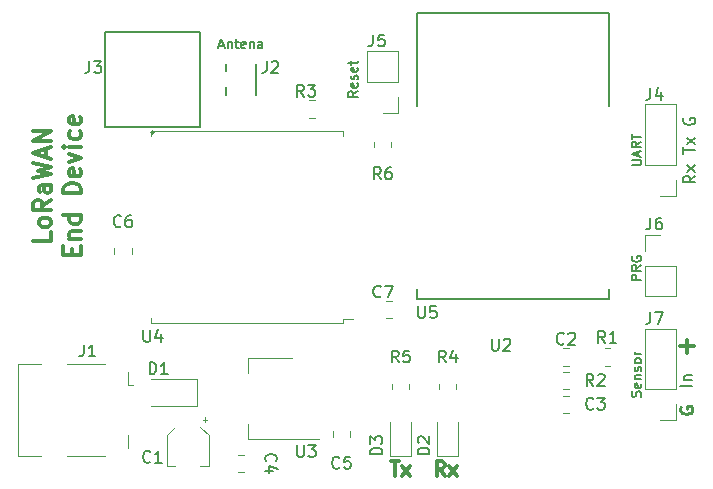
<source format=gbr>
%TF.GenerationSoftware,KiCad,Pcbnew,5.1.10-88a1d61d58~88~ubuntu20.04.1*%
%TF.CreationDate,2021-08-10T15:11:50-03:00*%
%TF.ProjectId,lora_end_device,6c6f7261-5f65-46e6-945f-646576696365,rev?*%
%TF.SameCoordinates,Original*%
%TF.FileFunction,Legend,Top*%
%TF.FilePolarity,Positive*%
%FSLAX46Y46*%
G04 Gerber Fmt 4.6, Leading zero omitted, Abs format (unit mm)*
G04 Created by KiCad (PCBNEW 5.1.10-88a1d61d58~88~ubuntu20.04.1) date 2021-08-10 15:11:50*
%MOMM*%
%LPD*%
G01*
G04 APERTURE LIST*
%ADD10C,0.200000*%
%ADD11C,0.300000*%
%ADD12C,0.250000*%
%ADD13C,0.120000*%
%ADD14C,0.127000*%
%ADD15C,0.177800*%
%ADD16C,0.150000*%
G04 APERTURE END LIST*
D10*
X110823809Y-90366666D02*
X110861904Y-90252380D01*
X110861904Y-90061904D01*
X110823809Y-89985714D01*
X110785714Y-89947619D01*
X110709523Y-89909523D01*
X110633333Y-89909523D01*
X110557142Y-89947619D01*
X110519047Y-89985714D01*
X110480952Y-90061904D01*
X110442857Y-90214285D01*
X110404761Y-90290476D01*
X110366666Y-90328571D01*
X110290476Y-90366666D01*
X110214285Y-90366666D01*
X110138095Y-90328571D01*
X110100000Y-90290476D01*
X110061904Y-90214285D01*
X110061904Y-90023809D01*
X110100000Y-89909523D01*
X110823809Y-89261904D02*
X110861904Y-89338095D01*
X110861904Y-89490476D01*
X110823809Y-89566666D01*
X110747619Y-89604761D01*
X110442857Y-89604761D01*
X110366666Y-89566666D01*
X110328571Y-89490476D01*
X110328571Y-89338095D01*
X110366666Y-89261904D01*
X110442857Y-89223809D01*
X110519047Y-89223809D01*
X110595238Y-89604761D01*
X110328571Y-88880952D02*
X110861904Y-88880952D01*
X110404761Y-88880952D02*
X110366666Y-88842857D01*
X110328571Y-88766666D01*
X110328571Y-88652380D01*
X110366666Y-88576190D01*
X110442857Y-88538095D01*
X110861904Y-88538095D01*
X110823809Y-88195238D02*
X110861904Y-88119047D01*
X110861904Y-87966666D01*
X110823809Y-87890476D01*
X110747619Y-87852380D01*
X110709523Y-87852380D01*
X110633333Y-87890476D01*
X110595238Y-87966666D01*
X110595238Y-88080952D01*
X110557142Y-88157142D01*
X110480952Y-88195238D01*
X110442857Y-88195238D01*
X110366666Y-88157142D01*
X110328571Y-88080952D01*
X110328571Y-87966666D01*
X110366666Y-87890476D01*
X110861904Y-87395238D02*
X110823809Y-87471428D01*
X110785714Y-87509523D01*
X110709523Y-87547619D01*
X110480952Y-87547619D01*
X110404761Y-87509523D01*
X110366666Y-87471428D01*
X110328571Y-87395238D01*
X110328571Y-87280952D01*
X110366666Y-87204761D01*
X110404761Y-87166666D01*
X110480952Y-87128571D01*
X110709523Y-87128571D01*
X110785714Y-87166666D01*
X110823809Y-87204761D01*
X110861904Y-87280952D01*
X110861904Y-87395238D01*
X110861904Y-86785714D02*
X110328571Y-86785714D01*
X110480952Y-86785714D02*
X110404761Y-86747619D01*
X110366666Y-86709523D01*
X110328571Y-86633333D01*
X110328571Y-86557142D01*
X86861904Y-64490476D02*
X86480952Y-64757142D01*
X86861904Y-64947619D02*
X86061904Y-64947619D01*
X86061904Y-64642857D01*
X86100000Y-64566666D01*
X86138095Y-64528571D01*
X86214285Y-64490476D01*
X86328571Y-64490476D01*
X86404761Y-64528571D01*
X86442857Y-64566666D01*
X86480952Y-64642857D01*
X86480952Y-64947619D01*
X86823809Y-63842857D02*
X86861904Y-63919047D01*
X86861904Y-64071428D01*
X86823809Y-64147619D01*
X86747619Y-64185714D01*
X86442857Y-64185714D01*
X86366666Y-64147619D01*
X86328571Y-64071428D01*
X86328571Y-63919047D01*
X86366666Y-63842857D01*
X86442857Y-63804761D01*
X86519047Y-63804761D01*
X86595238Y-64185714D01*
X86823809Y-63500000D02*
X86861904Y-63423809D01*
X86861904Y-63271428D01*
X86823809Y-63195238D01*
X86747619Y-63157142D01*
X86709523Y-63157142D01*
X86633333Y-63195238D01*
X86595238Y-63271428D01*
X86595238Y-63385714D01*
X86557142Y-63461904D01*
X86480952Y-63500000D01*
X86442857Y-63500000D01*
X86366666Y-63461904D01*
X86328571Y-63385714D01*
X86328571Y-63271428D01*
X86366666Y-63195238D01*
X86823809Y-62509523D02*
X86861904Y-62585714D01*
X86861904Y-62738095D01*
X86823809Y-62814285D01*
X86747619Y-62852380D01*
X86442857Y-62852380D01*
X86366666Y-62814285D01*
X86328571Y-62738095D01*
X86328571Y-62585714D01*
X86366666Y-62509523D01*
X86442857Y-62471428D01*
X86519047Y-62471428D01*
X86595238Y-62852380D01*
X86328571Y-62242857D02*
X86328571Y-61938095D01*
X86061904Y-62128571D02*
X86747619Y-62128571D01*
X86823809Y-62090476D01*
X86861904Y-62014285D01*
X86861904Y-61938095D01*
X110861904Y-80509523D02*
X110061904Y-80509523D01*
X110061904Y-80204761D01*
X110100000Y-80128571D01*
X110138095Y-80090476D01*
X110214285Y-80052380D01*
X110328571Y-80052380D01*
X110404761Y-80090476D01*
X110442857Y-80128571D01*
X110480952Y-80204761D01*
X110480952Y-80509523D01*
X110861904Y-79252380D02*
X110480952Y-79519047D01*
X110861904Y-79709523D02*
X110061904Y-79709523D01*
X110061904Y-79404761D01*
X110100000Y-79328571D01*
X110138095Y-79290476D01*
X110214285Y-79252380D01*
X110328571Y-79252380D01*
X110404761Y-79290476D01*
X110442857Y-79328571D01*
X110480952Y-79404761D01*
X110480952Y-79709523D01*
X110100000Y-78490476D02*
X110061904Y-78566666D01*
X110061904Y-78680952D01*
X110100000Y-78795238D01*
X110176190Y-78871428D01*
X110252380Y-78909523D01*
X110404761Y-78947619D01*
X110519047Y-78947619D01*
X110671428Y-78909523D01*
X110747619Y-78871428D01*
X110823809Y-78795238D01*
X110861904Y-78680952D01*
X110861904Y-78604761D01*
X110823809Y-78490476D01*
X110785714Y-78452380D01*
X110519047Y-78452380D01*
X110519047Y-78604761D01*
X110061904Y-70776190D02*
X110709523Y-70776190D01*
X110785714Y-70738095D01*
X110823809Y-70700000D01*
X110861904Y-70623809D01*
X110861904Y-70471428D01*
X110823809Y-70395238D01*
X110785714Y-70357142D01*
X110709523Y-70319047D01*
X110061904Y-70319047D01*
X110633333Y-69976190D02*
X110633333Y-69595238D01*
X110861904Y-70052380D02*
X110061904Y-69785714D01*
X110861904Y-69519047D01*
X110861904Y-68795238D02*
X110480952Y-69061904D01*
X110861904Y-69252380D02*
X110061904Y-69252380D01*
X110061904Y-68947619D01*
X110100000Y-68871428D01*
X110138095Y-68833333D01*
X110214285Y-68795238D01*
X110328571Y-68795238D01*
X110404761Y-68833333D01*
X110442857Y-68871428D01*
X110480952Y-68947619D01*
X110480952Y-69252380D01*
X110061904Y-68566666D02*
X110061904Y-68109523D01*
X110861904Y-68338095D02*
X110061904Y-68338095D01*
D11*
X89671428Y-95842857D02*
X90357142Y-95842857D01*
X90014285Y-97042857D02*
X90014285Y-95842857D01*
X90642857Y-97042857D02*
X91271428Y-96242857D01*
X90642857Y-96242857D02*
X91271428Y-97042857D01*
X94242857Y-97042857D02*
X93842857Y-96471428D01*
X93557142Y-97042857D02*
X93557142Y-95842857D01*
X94014285Y-95842857D01*
X94128571Y-95900000D01*
X94185714Y-95957142D01*
X94242857Y-96071428D01*
X94242857Y-96242857D01*
X94185714Y-96357142D01*
X94128571Y-96414285D01*
X94014285Y-96471428D01*
X93557142Y-96471428D01*
X94642857Y-97042857D02*
X95271428Y-96242857D01*
X94642857Y-96242857D02*
X95271428Y-97042857D01*
D10*
X75152380Y-60633333D02*
X75533333Y-60633333D01*
X75076190Y-60861904D02*
X75342857Y-60061904D01*
X75609523Y-60861904D01*
X75876190Y-60328571D02*
X75876190Y-60861904D01*
X75876190Y-60404761D02*
X75914285Y-60366666D01*
X75990476Y-60328571D01*
X76104761Y-60328571D01*
X76180952Y-60366666D01*
X76219047Y-60442857D01*
X76219047Y-60861904D01*
X76485714Y-60328571D02*
X76790476Y-60328571D01*
X76600000Y-60061904D02*
X76600000Y-60747619D01*
X76638095Y-60823809D01*
X76714285Y-60861904D01*
X76790476Y-60861904D01*
X77361904Y-60823809D02*
X77285714Y-60861904D01*
X77133333Y-60861904D01*
X77057142Y-60823809D01*
X77019047Y-60747619D01*
X77019047Y-60442857D01*
X77057142Y-60366666D01*
X77133333Y-60328571D01*
X77285714Y-60328571D01*
X77361904Y-60366666D01*
X77400000Y-60442857D01*
X77400000Y-60519047D01*
X77019047Y-60595238D01*
X77742857Y-60328571D02*
X77742857Y-60861904D01*
X77742857Y-60404761D02*
X77780952Y-60366666D01*
X77857142Y-60328571D01*
X77971428Y-60328571D01*
X78047619Y-60366666D01*
X78085714Y-60442857D01*
X78085714Y-60861904D01*
X78809523Y-60861904D02*
X78809523Y-60442857D01*
X78771428Y-60366666D01*
X78695238Y-60328571D01*
X78542857Y-60328571D01*
X78466666Y-60366666D01*
X78809523Y-60823809D02*
X78733333Y-60861904D01*
X78542857Y-60861904D01*
X78466666Y-60823809D01*
X78428571Y-60747619D01*
X78428571Y-60671428D01*
X78466666Y-60595238D01*
X78542857Y-60557142D01*
X78733333Y-60557142D01*
X78809523Y-60519047D01*
D11*
X114178571Y-86107142D02*
X115321428Y-86107142D01*
X114750000Y-86678571D02*
X114750000Y-85535714D01*
D10*
X115202380Y-89452380D02*
X114202380Y-89452380D01*
X114535714Y-88976190D02*
X115202380Y-88976190D01*
X114630952Y-88976190D02*
X114583333Y-88928571D01*
X114535714Y-88833333D01*
X114535714Y-88690476D01*
X114583333Y-88595238D01*
X114678571Y-88547619D01*
X115202380Y-88547619D01*
D12*
X114250000Y-91238095D02*
X114202380Y-91333333D01*
X114202380Y-91476190D01*
X114250000Y-91619047D01*
X114345238Y-91714285D01*
X114440476Y-91761904D01*
X114630952Y-91809523D01*
X114773809Y-91809523D01*
X114964285Y-91761904D01*
X115059523Y-91714285D01*
X115154761Y-91619047D01*
X115202380Y-91476190D01*
X115202380Y-91380952D01*
X115154761Y-91238095D01*
X115107142Y-91190476D01*
X114773809Y-91190476D01*
X114773809Y-91380952D01*
D10*
X115452380Y-71642857D02*
X114976190Y-71976190D01*
X115452380Y-72214285D02*
X114452380Y-72214285D01*
X114452380Y-71833333D01*
X114500000Y-71738095D01*
X114547619Y-71690476D01*
X114642857Y-71642857D01*
X114785714Y-71642857D01*
X114880952Y-71690476D01*
X114928571Y-71738095D01*
X114976190Y-71833333D01*
X114976190Y-72214285D01*
X115452380Y-71309523D02*
X114785714Y-70785714D01*
X114785714Y-71309523D02*
X115452380Y-70785714D01*
X114452380Y-69785714D02*
X114452380Y-69214285D01*
X115452380Y-69500000D02*
X114452380Y-69500000D01*
X115452380Y-68976190D02*
X114785714Y-68452380D01*
X114785714Y-68976190D02*
X115452380Y-68452380D01*
X114500000Y-66785714D02*
X114452380Y-66880952D01*
X114452380Y-67023809D01*
X114500000Y-67166666D01*
X114595238Y-67261904D01*
X114690476Y-67309523D01*
X114880952Y-67357142D01*
X115023809Y-67357142D01*
X115214285Y-67309523D01*
X115309523Y-67261904D01*
X115404761Y-67166666D01*
X115452380Y-67023809D01*
X115452380Y-66928571D01*
X115404761Y-66785714D01*
X115357142Y-66738095D01*
X115023809Y-66738095D01*
X115023809Y-66928571D01*
D11*
X60903571Y-76428571D02*
X60903571Y-77142857D01*
X59403571Y-77142857D01*
X60903571Y-75714285D02*
X60832142Y-75857142D01*
X60760714Y-75928571D01*
X60617857Y-76000000D01*
X60189285Y-76000000D01*
X60046428Y-75928571D01*
X59975000Y-75857142D01*
X59903571Y-75714285D01*
X59903571Y-75500000D01*
X59975000Y-75357142D01*
X60046428Y-75285714D01*
X60189285Y-75214285D01*
X60617857Y-75214285D01*
X60760714Y-75285714D01*
X60832142Y-75357142D01*
X60903571Y-75500000D01*
X60903571Y-75714285D01*
X60903571Y-73714285D02*
X60189285Y-74214285D01*
X60903571Y-74571428D02*
X59403571Y-74571428D01*
X59403571Y-74000000D01*
X59475000Y-73857142D01*
X59546428Y-73785714D01*
X59689285Y-73714285D01*
X59903571Y-73714285D01*
X60046428Y-73785714D01*
X60117857Y-73857142D01*
X60189285Y-74000000D01*
X60189285Y-74571428D01*
X60903571Y-72428571D02*
X60117857Y-72428571D01*
X59975000Y-72500000D01*
X59903571Y-72642857D01*
X59903571Y-72928571D01*
X59975000Y-73071428D01*
X60832142Y-72428571D02*
X60903571Y-72571428D01*
X60903571Y-72928571D01*
X60832142Y-73071428D01*
X60689285Y-73142857D01*
X60546428Y-73142857D01*
X60403571Y-73071428D01*
X60332142Y-72928571D01*
X60332142Y-72571428D01*
X60260714Y-72428571D01*
X59403571Y-71857142D02*
X60903571Y-71500000D01*
X59832142Y-71214285D01*
X60903571Y-70928571D01*
X59403571Y-70571428D01*
X60475000Y-70071428D02*
X60475000Y-69357142D01*
X60903571Y-70214285D02*
X59403571Y-69714285D01*
X60903571Y-69214285D01*
X60903571Y-68714285D02*
X59403571Y-68714285D01*
X60903571Y-67857142D01*
X59403571Y-67857142D01*
X62667857Y-78357142D02*
X62667857Y-77857142D01*
X63453571Y-77642857D02*
X63453571Y-78357142D01*
X61953571Y-78357142D01*
X61953571Y-77642857D01*
X62453571Y-77000000D02*
X63453571Y-77000000D01*
X62596428Y-77000000D02*
X62525000Y-76928571D01*
X62453571Y-76785714D01*
X62453571Y-76571428D01*
X62525000Y-76428571D01*
X62667857Y-76357142D01*
X63453571Y-76357142D01*
X63453571Y-75000000D02*
X61953571Y-75000000D01*
X63382142Y-75000000D02*
X63453571Y-75142857D01*
X63453571Y-75428571D01*
X63382142Y-75571428D01*
X63310714Y-75642857D01*
X63167857Y-75714285D01*
X62739285Y-75714285D01*
X62596428Y-75642857D01*
X62525000Y-75571428D01*
X62453571Y-75428571D01*
X62453571Y-75142857D01*
X62525000Y-75000000D01*
X63453571Y-73142857D02*
X61953571Y-73142857D01*
X61953571Y-72785714D01*
X62025000Y-72571428D01*
X62167857Y-72428571D01*
X62310714Y-72357142D01*
X62596428Y-72285714D01*
X62810714Y-72285714D01*
X63096428Y-72357142D01*
X63239285Y-72428571D01*
X63382142Y-72571428D01*
X63453571Y-72785714D01*
X63453571Y-73142857D01*
X63382142Y-71071428D02*
X63453571Y-71214285D01*
X63453571Y-71500000D01*
X63382142Y-71642857D01*
X63239285Y-71714285D01*
X62667857Y-71714285D01*
X62525000Y-71642857D01*
X62453571Y-71500000D01*
X62453571Y-71214285D01*
X62525000Y-71071428D01*
X62667857Y-71000000D01*
X62810714Y-71000000D01*
X62953571Y-71714285D01*
X62453571Y-70500000D02*
X63453571Y-70142857D01*
X62453571Y-69785714D01*
X63453571Y-69214285D02*
X62453571Y-69214285D01*
X61953571Y-69214285D02*
X62025000Y-69285714D01*
X62096428Y-69214285D01*
X62025000Y-69142857D01*
X61953571Y-69214285D01*
X62096428Y-69214285D01*
X63382142Y-67857142D02*
X63453571Y-68000000D01*
X63453571Y-68285714D01*
X63382142Y-68428571D01*
X63310714Y-68500000D01*
X63167857Y-68571428D01*
X62739285Y-68571428D01*
X62596428Y-68500000D01*
X62525000Y-68428571D01*
X62453571Y-68285714D01*
X62453571Y-68000000D01*
X62525000Y-67857142D01*
X63382142Y-66642857D02*
X63453571Y-66785714D01*
X63453571Y-67071428D01*
X63382142Y-67214285D01*
X63239285Y-67285714D01*
X62667857Y-67285714D01*
X62525000Y-67214285D01*
X62453571Y-67071428D01*
X62453571Y-66785714D01*
X62525000Y-66642857D01*
X62667857Y-66571428D01*
X62810714Y-66571428D01*
X62953571Y-67285714D01*
D13*
%TO.C,U3*%
X77590000Y-87090000D02*
X77590000Y-88350000D01*
X77590000Y-93910000D02*
X77590000Y-92650000D01*
X81350000Y-87090000D02*
X77590000Y-87090000D01*
X83600000Y-93910000D02*
X77590000Y-93910000D01*
%TO.C,J7*%
X113830000Y-92330000D02*
X112500000Y-92330000D01*
X113830000Y-91000000D02*
X113830000Y-92330000D01*
X113830000Y-89730000D02*
X111170000Y-89730000D01*
X111170000Y-89730000D02*
X111170000Y-84590000D01*
X113830000Y-89730000D02*
X113830000Y-84590000D01*
X113830000Y-84590000D02*
X111170000Y-84590000D01*
%TO.C,C1*%
X70740000Y-96260000D02*
X71440000Y-96260000D01*
X74260000Y-96260000D02*
X73560000Y-96260000D01*
X74260000Y-93629437D02*
X74260000Y-96260000D01*
X70740000Y-93629437D02*
X70740000Y-96260000D01*
X73560000Y-92929437D02*
X74260000Y-93629437D01*
X71440000Y-92929437D02*
X70740000Y-93629437D01*
X73935000Y-92125000D02*
X73935000Y-92500000D01*
X74122500Y-92312500D02*
X73747500Y-92312500D01*
%TO.C,C2*%
X104238748Y-86265000D02*
X104761252Y-86265000D01*
X104238748Y-87735000D02*
X104761252Y-87735000D01*
%TO.C,C3*%
X104238748Y-90265000D02*
X104761252Y-90265000D01*
X104238748Y-91735000D02*
X104761252Y-91735000D01*
%TO.C,C4*%
X76738748Y-96735000D02*
X77261252Y-96735000D01*
X76738748Y-95265000D02*
X77261252Y-95265000D01*
%TO.C,C5*%
X86235000Y-93238748D02*
X86235000Y-93761252D01*
X84765000Y-93238748D02*
X84765000Y-93761252D01*
%TO.C,C6*%
X66265000Y-77788748D02*
X66265000Y-78311252D01*
X67735000Y-77788748D02*
X67735000Y-78311252D01*
%TO.C,C7*%
X89761252Y-82265000D02*
X89238748Y-82265000D01*
X89761252Y-83735000D02*
X89238748Y-83735000D01*
%TO.C,D1*%
X69400000Y-91135000D02*
X73285000Y-91135000D01*
X73285000Y-91135000D02*
X73285000Y-88865000D01*
X73285000Y-88865000D02*
X69400000Y-88865000D01*
%TO.C,D2*%
X93590000Y-92500000D02*
X93590000Y-95385000D01*
X93590000Y-95385000D02*
X95410000Y-95385000D01*
X95410000Y-95385000D02*
X95410000Y-92500000D01*
%TO.C,D3*%
X91410000Y-95385000D02*
X91410000Y-92500000D01*
X89590000Y-95385000D02*
X91410000Y-95385000D01*
X89590000Y-92500000D02*
X89590000Y-95385000D01*
%TO.C,J1*%
X58090000Y-95410000D02*
X58090000Y-87590000D01*
X67410000Y-89390000D02*
X67840000Y-89390000D01*
X58090000Y-95410000D02*
X60040000Y-95410000D01*
X62260000Y-95410000D02*
X65490000Y-95410000D01*
X67410000Y-93610000D02*
X67410000Y-94690000D01*
X67410000Y-88310000D02*
X67410000Y-89390000D01*
X62260000Y-87590000D02*
X65490000Y-87590000D01*
X58090000Y-87590000D02*
X60040000Y-87590000D01*
D14*
%TO.C,J2*%
X78300000Y-62200000D02*
X78300000Y-64800000D01*
X75700000Y-62200000D02*
X75700000Y-62830000D01*
X75700000Y-64800000D02*
X75700000Y-64170000D01*
%TO.C,J3*%
X73500000Y-59500000D02*
X73500000Y-67500000D01*
X73500000Y-67500000D02*
X65500000Y-67500000D01*
X65500000Y-67500000D02*
X65500000Y-59500000D01*
X65500000Y-59500000D02*
X73500000Y-59500000D01*
D10*
X69600000Y-68000000D02*
G75*
G03*
X69600000Y-68000000I-100000J0D01*
G01*
D13*
%TO.C,J4*%
X113830000Y-65590000D02*
X111170000Y-65590000D01*
X113830000Y-70730000D02*
X113830000Y-65590000D01*
X111170000Y-70730000D02*
X111170000Y-65590000D01*
X113830000Y-70730000D02*
X111170000Y-70730000D01*
X113830000Y-72000000D02*
X113830000Y-73330000D01*
X113830000Y-73330000D02*
X112500000Y-73330000D01*
%TO.C,J5*%
X90330000Y-66330000D02*
X89000000Y-66330000D01*
X90330000Y-65000000D02*
X90330000Y-66330000D01*
X90330000Y-63730000D02*
X87670000Y-63730000D01*
X87670000Y-63730000D02*
X87670000Y-61130000D01*
X90330000Y-63730000D02*
X90330000Y-61130000D01*
X90330000Y-61130000D02*
X87670000Y-61130000D01*
%TO.C,J6*%
X111170000Y-81870000D02*
X113830000Y-81870000D01*
X111170000Y-79270000D02*
X111170000Y-81870000D01*
X113830000Y-79270000D02*
X113830000Y-81870000D01*
X111170000Y-79270000D02*
X113830000Y-79270000D01*
X111170000Y-78000000D02*
X111170000Y-76670000D01*
X111170000Y-76670000D02*
X112500000Y-76670000D01*
%TO.C,R1*%
X107772936Y-86265000D02*
X108227064Y-86265000D01*
X107772936Y-87735000D02*
X108227064Y-87735000D01*
%TO.C,R2*%
X104272936Y-89735000D02*
X104727064Y-89735000D01*
X104272936Y-88265000D02*
X104727064Y-88265000D01*
%TO.C,R3*%
X82772936Y-66735000D02*
X83227064Y-66735000D01*
X82772936Y-65265000D02*
X83227064Y-65265000D01*
%TO.C,R4*%
X95235000Y-89272936D02*
X95235000Y-89727064D01*
X93765000Y-89272936D02*
X93765000Y-89727064D01*
%TO.C,R5*%
X89765000Y-89272936D02*
X89765000Y-89727064D01*
X91235000Y-89272936D02*
X91235000Y-89727064D01*
%TO.C,R6*%
X88265000Y-69227064D02*
X88265000Y-68772936D01*
X89735000Y-69227064D02*
X89735000Y-68772936D01*
%TO.C,U4*%
X85600000Y-84100000D02*
X69400000Y-84100000D01*
X69400000Y-84100000D02*
X69400000Y-83700000D01*
X85600000Y-68300000D02*
X85600000Y-67900000D01*
X85600000Y-67900000D02*
X69400000Y-67900000D01*
X69400000Y-67900000D02*
X69400000Y-68300000D01*
X85600000Y-84100000D02*
X85600000Y-83750000D01*
X85600000Y-83750000D02*
X86500000Y-83750000D01*
D15*
%TO.C,U5*%
X108127000Y-82127000D02*
X91873000Y-82127000D01*
X91873000Y-82127000D02*
X91873000Y-81241000D01*
X108127000Y-81241000D02*
X108127000Y-82127000D01*
X91873000Y-65744000D02*
X91873000Y-57873000D01*
X91873000Y-57873000D02*
X108127000Y-57873000D01*
X108127000Y-57873000D02*
X108127000Y-65744000D01*
%TO.C,U3*%
D16*
X81738095Y-94452380D02*
X81738095Y-95261904D01*
X81785714Y-95357142D01*
X81833333Y-95404761D01*
X81928571Y-95452380D01*
X82119047Y-95452380D01*
X82214285Y-95404761D01*
X82261904Y-95357142D01*
X82309523Y-95261904D01*
X82309523Y-94452380D01*
X82690476Y-94452380D02*
X83309523Y-94452380D01*
X82976190Y-94833333D01*
X83119047Y-94833333D01*
X83214285Y-94880952D01*
X83261904Y-94928571D01*
X83309523Y-95023809D01*
X83309523Y-95261904D01*
X83261904Y-95357142D01*
X83214285Y-95404761D01*
X83119047Y-95452380D01*
X82833333Y-95452380D01*
X82738095Y-95404761D01*
X82690476Y-95357142D01*
%TO.C,J7*%
X111666666Y-83202380D02*
X111666666Y-83916666D01*
X111619047Y-84059523D01*
X111523809Y-84154761D01*
X111380952Y-84202380D01*
X111285714Y-84202380D01*
X112047619Y-83202380D02*
X112714285Y-83202380D01*
X112285714Y-84202380D01*
%TO.C,C1*%
X69333333Y-95857142D02*
X69285714Y-95904761D01*
X69142857Y-95952380D01*
X69047619Y-95952380D01*
X68904761Y-95904761D01*
X68809523Y-95809523D01*
X68761904Y-95714285D01*
X68714285Y-95523809D01*
X68714285Y-95380952D01*
X68761904Y-95190476D01*
X68809523Y-95095238D01*
X68904761Y-95000000D01*
X69047619Y-94952380D01*
X69142857Y-94952380D01*
X69285714Y-95000000D01*
X69333333Y-95047619D01*
X70285714Y-95952380D02*
X69714285Y-95952380D01*
X70000000Y-95952380D02*
X70000000Y-94952380D01*
X69904761Y-95095238D01*
X69809523Y-95190476D01*
X69714285Y-95238095D01*
%TO.C,C2*%
X104333333Y-85857142D02*
X104285714Y-85904761D01*
X104142857Y-85952380D01*
X104047619Y-85952380D01*
X103904761Y-85904761D01*
X103809523Y-85809523D01*
X103761904Y-85714285D01*
X103714285Y-85523809D01*
X103714285Y-85380952D01*
X103761904Y-85190476D01*
X103809523Y-85095238D01*
X103904761Y-85000000D01*
X104047619Y-84952380D01*
X104142857Y-84952380D01*
X104285714Y-85000000D01*
X104333333Y-85047619D01*
X104714285Y-85047619D02*
X104761904Y-85000000D01*
X104857142Y-84952380D01*
X105095238Y-84952380D01*
X105190476Y-85000000D01*
X105238095Y-85047619D01*
X105285714Y-85142857D01*
X105285714Y-85238095D01*
X105238095Y-85380952D01*
X104666666Y-85952380D01*
X105285714Y-85952380D01*
%TO.C,C3*%
X106833333Y-91357142D02*
X106785714Y-91404761D01*
X106642857Y-91452380D01*
X106547619Y-91452380D01*
X106404761Y-91404761D01*
X106309523Y-91309523D01*
X106261904Y-91214285D01*
X106214285Y-91023809D01*
X106214285Y-90880952D01*
X106261904Y-90690476D01*
X106309523Y-90595238D01*
X106404761Y-90500000D01*
X106547619Y-90452380D01*
X106642857Y-90452380D01*
X106785714Y-90500000D01*
X106833333Y-90547619D01*
X107166666Y-90452380D02*
X107785714Y-90452380D01*
X107452380Y-90833333D01*
X107595238Y-90833333D01*
X107690476Y-90880952D01*
X107738095Y-90928571D01*
X107785714Y-91023809D01*
X107785714Y-91261904D01*
X107738095Y-91357142D01*
X107690476Y-91404761D01*
X107595238Y-91452380D01*
X107309523Y-91452380D01*
X107214285Y-91404761D01*
X107166666Y-91357142D01*
%TO.C,C4*%
X79142857Y-95833333D02*
X79095238Y-95785714D01*
X79047619Y-95642857D01*
X79047619Y-95547619D01*
X79095238Y-95404761D01*
X79190476Y-95309523D01*
X79285714Y-95261904D01*
X79476190Y-95214285D01*
X79619047Y-95214285D01*
X79809523Y-95261904D01*
X79904761Y-95309523D01*
X80000000Y-95404761D01*
X80047619Y-95547619D01*
X80047619Y-95642857D01*
X80000000Y-95785714D01*
X79952380Y-95833333D01*
X79714285Y-96690476D02*
X79047619Y-96690476D01*
X80095238Y-96452380D02*
X79380952Y-96214285D01*
X79380952Y-96833333D01*
%TO.C,C5*%
X85333333Y-96357142D02*
X85285714Y-96404761D01*
X85142857Y-96452380D01*
X85047619Y-96452380D01*
X84904761Y-96404761D01*
X84809523Y-96309523D01*
X84761904Y-96214285D01*
X84714285Y-96023809D01*
X84714285Y-95880952D01*
X84761904Y-95690476D01*
X84809523Y-95595238D01*
X84904761Y-95500000D01*
X85047619Y-95452380D01*
X85142857Y-95452380D01*
X85285714Y-95500000D01*
X85333333Y-95547619D01*
X86238095Y-95452380D02*
X85761904Y-95452380D01*
X85714285Y-95928571D01*
X85761904Y-95880952D01*
X85857142Y-95833333D01*
X86095238Y-95833333D01*
X86190476Y-95880952D01*
X86238095Y-95928571D01*
X86285714Y-96023809D01*
X86285714Y-96261904D01*
X86238095Y-96357142D01*
X86190476Y-96404761D01*
X86095238Y-96452380D01*
X85857142Y-96452380D01*
X85761904Y-96404761D01*
X85714285Y-96357142D01*
%TO.C,C6*%
X66833333Y-75907142D02*
X66785714Y-75954761D01*
X66642857Y-76002380D01*
X66547619Y-76002380D01*
X66404761Y-75954761D01*
X66309523Y-75859523D01*
X66261904Y-75764285D01*
X66214285Y-75573809D01*
X66214285Y-75430952D01*
X66261904Y-75240476D01*
X66309523Y-75145238D01*
X66404761Y-75050000D01*
X66547619Y-75002380D01*
X66642857Y-75002380D01*
X66785714Y-75050000D01*
X66833333Y-75097619D01*
X67690476Y-75002380D02*
X67500000Y-75002380D01*
X67404761Y-75050000D01*
X67357142Y-75097619D01*
X67261904Y-75240476D01*
X67214285Y-75430952D01*
X67214285Y-75811904D01*
X67261904Y-75907142D01*
X67309523Y-75954761D01*
X67404761Y-76002380D01*
X67595238Y-76002380D01*
X67690476Y-75954761D01*
X67738095Y-75907142D01*
X67785714Y-75811904D01*
X67785714Y-75573809D01*
X67738095Y-75478571D01*
X67690476Y-75430952D01*
X67595238Y-75383333D01*
X67404761Y-75383333D01*
X67309523Y-75430952D01*
X67261904Y-75478571D01*
X67214285Y-75573809D01*
%TO.C,C7*%
X88833333Y-81857142D02*
X88785714Y-81904761D01*
X88642857Y-81952380D01*
X88547619Y-81952380D01*
X88404761Y-81904761D01*
X88309523Y-81809523D01*
X88261904Y-81714285D01*
X88214285Y-81523809D01*
X88214285Y-81380952D01*
X88261904Y-81190476D01*
X88309523Y-81095238D01*
X88404761Y-81000000D01*
X88547619Y-80952380D01*
X88642857Y-80952380D01*
X88785714Y-81000000D01*
X88833333Y-81047619D01*
X89166666Y-80952380D02*
X89833333Y-80952380D01*
X89404761Y-81952380D01*
%TO.C,D1*%
X69261904Y-88452380D02*
X69261904Y-87452380D01*
X69500000Y-87452380D01*
X69642857Y-87500000D01*
X69738095Y-87595238D01*
X69785714Y-87690476D01*
X69833333Y-87880952D01*
X69833333Y-88023809D01*
X69785714Y-88214285D01*
X69738095Y-88309523D01*
X69642857Y-88404761D01*
X69500000Y-88452380D01*
X69261904Y-88452380D01*
X70785714Y-88452380D02*
X70214285Y-88452380D01*
X70500000Y-88452380D02*
X70500000Y-87452380D01*
X70404761Y-87595238D01*
X70309523Y-87690476D01*
X70214285Y-87738095D01*
%TO.C,D2*%
X92952380Y-95238095D02*
X91952380Y-95238095D01*
X91952380Y-95000000D01*
X92000000Y-94857142D01*
X92095238Y-94761904D01*
X92190476Y-94714285D01*
X92380952Y-94666666D01*
X92523809Y-94666666D01*
X92714285Y-94714285D01*
X92809523Y-94761904D01*
X92904761Y-94857142D01*
X92952380Y-95000000D01*
X92952380Y-95238095D01*
X92047619Y-94285714D02*
X92000000Y-94238095D01*
X91952380Y-94142857D01*
X91952380Y-93904761D01*
X92000000Y-93809523D01*
X92047619Y-93761904D01*
X92142857Y-93714285D01*
X92238095Y-93714285D01*
X92380952Y-93761904D01*
X92952380Y-94333333D01*
X92952380Y-93714285D01*
%TO.C,D3*%
X88952380Y-95238095D02*
X87952380Y-95238095D01*
X87952380Y-95000000D01*
X88000000Y-94857142D01*
X88095238Y-94761904D01*
X88190476Y-94714285D01*
X88380952Y-94666666D01*
X88523809Y-94666666D01*
X88714285Y-94714285D01*
X88809523Y-94761904D01*
X88904761Y-94857142D01*
X88952380Y-95000000D01*
X88952380Y-95238095D01*
X87952380Y-94333333D02*
X87952380Y-93714285D01*
X88333333Y-94047619D01*
X88333333Y-93904761D01*
X88380952Y-93809523D01*
X88428571Y-93761904D01*
X88523809Y-93714285D01*
X88761904Y-93714285D01*
X88857142Y-93761904D01*
X88904761Y-93809523D01*
X88952380Y-93904761D01*
X88952380Y-94190476D01*
X88904761Y-94285714D01*
X88857142Y-94333333D01*
%TO.C,J1*%
X63666666Y-85952380D02*
X63666666Y-86666666D01*
X63619047Y-86809523D01*
X63523809Y-86904761D01*
X63380952Y-86952380D01*
X63285714Y-86952380D01*
X64666666Y-86952380D02*
X64095238Y-86952380D01*
X64380952Y-86952380D02*
X64380952Y-85952380D01*
X64285714Y-86095238D01*
X64190476Y-86190476D01*
X64095238Y-86238095D01*
%TO.C,J2*%
X79166666Y-61952380D02*
X79166666Y-62666666D01*
X79119047Y-62809523D01*
X79023809Y-62904761D01*
X78880952Y-62952380D01*
X78785714Y-62952380D01*
X79595238Y-62047619D02*
X79642857Y-62000000D01*
X79738095Y-61952380D01*
X79976190Y-61952380D01*
X80071428Y-62000000D01*
X80119047Y-62047619D01*
X80166666Y-62142857D01*
X80166666Y-62238095D01*
X80119047Y-62380952D01*
X79547619Y-62952380D01*
X80166666Y-62952380D01*
%TO.C,J3*%
X64166666Y-61952380D02*
X64166666Y-62666666D01*
X64119047Y-62809523D01*
X64023809Y-62904761D01*
X63880952Y-62952380D01*
X63785714Y-62952380D01*
X64547619Y-61952380D02*
X65166666Y-61952380D01*
X64833333Y-62333333D01*
X64976190Y-62333333D01*
X65071428Y-62380952D01*
X65119047Y-62428571D01*
X65166666Y-62523809D01*
X65166666Y-62761904D01*
X65119047Y-62857142D01*
X65071428Y-62904761D01*
X64976190Y-62952380D01*
X64690476Y-62952380D01*
X64595238Y-62904761D01*
X64547619Y-62857142D01*
%TO.C,J4*%
X111666666Y-64202380D02*
X111666666Y-64916666D01*
X111619047Y-65059523D01*
X111523809Y-65154761D01*
X111380952Y-65202380D01*
X111285714Y-65202380D01*
X112571428Y-64535714D02*
X112571428Y-65202380D01*
X112333333Y-64154761D02*
X112095238Y-64869047D01*
X112714285Y-64869047D01*
%TO.C,J5*%
X88166666Y-59702380D02*
X88166666Y-60416666D01*
X88119047Y-60559523D01*
X88023809Y-60654761D01*
X87880952Y-60702380D01*
X87785714Y-60702380D01*
X89119047Y-59702380D02*
X88642857Y-59702380D01*
X88595238Y-60178571D01*
X88642857Y-60130952D01*
X88738095Y-60083333D01*
X88976190Y-60083333D01*
X89071428Y-60130952D01*
X89119047Y-60178571D01*
X89166666Y-60273809D01*
X89166666Y-60511904D01*
X89119047Y-60607142D01*
X89071428Y-60654761D01*
X88976190Y-60702380D01*
X88738095Y-60702380D01*
X88642857Y-60654761D01*
X88595238Y-60607142D01*
%TO.C,J6*%
X111666666Y-75202380D02*
X111666666Y-75916666D01*
X111619047Y-76059523D01*
X111523809Y-76154761D01*
X111380952Y-76202380D01*
X111285714Y-76202380D01*
X112571428Y-75202380D02*
X112380952Y-75202380D01*
X112285714Y-75250000D01*
X112238095Y-75297619D01*
X112142857Y-75440476D01*
X112095238Y-75630952D01*
X112095238Y-76011904D01*
X112142857Y-76107142D01*
X112190476Y-76154761D01*
X112285714Y-76202380D01*
X112476190Y-76202380D01*
X112571428Y-76154761D01*
X112619047Y-76107142D01*
X112666666Y-76011904D01*
X112666666Y-75773809D01*
X112619047Y-75678571D01*
X112571428Y-75630952D01*
X112476190Y-75583333D01*
X112285714Y-75583333D01*
X112190476Y-75630952D01*
X112142857Y-75678571D01*
X112095238Y-75773809D01*
%TO.C,R1*%
X107833333Y-85802380D02*
X107500000Y-85326190D01*
X107261904Y-85802380D02*
X107261904Y-84802380D01*
X107642857Y-84802380D01*
X107738095Y-84850000D01*
X107785714Y-84897619D01*
X107833333Y-84992857D01*
X107833333Y-85135714D01*
X107785714Y-85230952D01*
X107738095Y-85278571D01*
X107642857Y-85326190D01*
X107261904Y-85326190D01*
X108785714Y-85802380D02*
X108214285Y-85802380D01*
X108500000Y-85802380D02*
X108500000Y-84802380D01*
X108404761Y-84945238D01*
X108309523Y-85040476D01*
X108214285Y-85088095D01*
%TO.C,R2*%
X106833333Y-89452380D02*
X106500000Y-88976190D01*
X106261904Y-89452380D02*
X106261904Y-88452380D01*
X106642857Y-88452380D01*
X106738095Y-88500000D01*
X106785714Y-88547619D01*
X106833333Y-88642857D01*
X106833333Y-88785714D01*
X106785714Y-88880952D01*
X106738095Y-88928571D01*
X106642857Y-88976190D01*
X106261904Y-88976190D01*
X107214285Y-88547619D02*
X107261904Y-88500000D01*
X107357142Y-88452380D01*
X107595238Y-88452380D01*
X107690476Y-88500000D01*
X107738095Y-88547619D01*
X107785714Y-88642857D01*
X107785714Y-88738095D01*
X107738095Y-88880952D01*
X107166666Y-89452380D01*
X107785714Y-89452380D01*
%TO.C,R3*%
X82333333Y-64952380D02*
X82000000Y-64476190D01*
X81761904Y-64952380D02*
X81761904Y-63952380D01*
X82142857Y-63952380D01*
X82238095Y-64000000D01*
X82285714Y-64047619D01*
X82333333Y-64142857D01*
X82333333Y-64285714D01*
X82285714Y-64380952D01*
X82238095Y-64428571D01*
X82142857Y-64476190D01*
X81761904Y-64476190D01*
X82666666Y-63952380D02*
X83285714Y-63952380D01*
X82952380Y-64333333D01*
X83095238Y-64333333D01*
X83190476Y-64380952D01*
X83238095Y-64428571D01*
X83285714Y-64523809D01*
X83285714Y-64761904D01*
X83238095Y-64857142D01*
X83190476Y-64904761D01*
X83095238Y-64952380D01*
X82809523Y-64952380D01*
X82714285Y-64904761D01*
X82666666Y-64857142D01*
%TO.C,R4*%
X94333333Y-87452380D02*
X94000000Y-86976190D01*
X93761904Y-87452380D02*
X93761904Y-86452380D01*
X94142857Y-86452380D01*
X94238095Y-86500000D01*
X94285714Y-86547619D01*
X94333333Y-86642857D01*
X94333333Y-86785714D01*
X94285714Y-86880952D01*
X94238095Y-86928571D01*
X94142857Y-86976190D01*
X93761904Y-86976190D01*
X95190476Y-86785714D02*
X95190476Y-87452380D01*
X94952380Y-86404761D02*
X94714285Y-87119047D01*
X95333333Y-87119047D01*
%TO.C,R5*%
X90333333Y-87452380D02*
X90000000Y-86976190D01*
X89761904Y-87452380D02*
X89761904Y-86452380D01*
X90142857Y-86452380D01*
X90238095Y-86500000D01*
X90285714Y-86547619D01*
X90333333Y-86642857D01*
X90333333Y-86785714D01*
X90285714Y-86880952D01*
X90238095Y-86928571D01*
X90142857Y-86976190D01*
X89761904Y-86976190D01*
X91238095Y-86452380D02*
X90761904Y-86452380D01*
X90714285Y-86928571D01*
X90761904Y-86880952D01*
X90857142Y-86833333D01*
X91095238Y-86833333D01*
X91190476Y-86880952D01*
X91238095Y-86928571D01*
X91285714Y-87023809D01*
X91285714Y-87261904D01*
X91238095Y-87357142D01*
X91190476Y-87404761D01*
X91095238Y-87452380D01*
X90857142Y-87452380D01*
X90761904Y-87404761D01*
X90714285Y-87357142D01*
%TO.C,R6*%
X88833333Y-71952380D02*
X88500000Y-71476190D01*
X88261904Y-71952380D02*
X88261904Y-70952380D01*
X88642857Y-70952380D01*
X88738095Y-71000000D01*
X88785714Y-71047619D01*
X88833333Y-71142857D01*
X88833333Y-71285714D01*
X88785714Y-71380952D01*
X88738095Y-71428571D01*
X88642857Y-71476190D01*
X88261904Y-71476190D01*
X89690476Y-70952380D02*
X89500000Y-70952380D01*
X89404761Y-71000000D01*
X89357142Y-71047619D01*
X89261904Y-71190476D01*
X89214285Y-71380952D01*
X89214285Y-71761904D01*
X89261904Y-71857142D01*
X89309523Y-71904761D01*
X89404761Y-71952380D01*
X89595238Y-71952380D01*
X89690476Y-71904761D01*
X89738095Y-71857142D01*
X89785714Y-71761904D01*
X89785714Y-71523809D01*
X89738095Y-71428571D01*
X89690476Y-71380952D01*
X89595238Y-71333333D01*
X89404761Y-71333333D01*
X89309523Y-71380952D01*
X89261904Y-71428571D01*
X89214285Y-71523809D01*
%TO.C,U2*%
X98238095Y-85452380D02*
X98238095Y-86261904D01*
X98285714Y-86357142D01*
X98333333Y-86404761D01*
X98428571Y-86452380D01*
X98619047Y-86452380D01*
X98714285Y-86404761D01*
X98761904Y-86357142D01*
X98809523Y-86261904D01*
X98809523Y-85452380D01*
X99238095Y-85547619D02*
X99285714Y-85500000D01*
X99380952Y-85452380D01*
X99619047Y-85452380D01*
X99714285Y-85500000D01*
X99761904Y-85547619D01*
X99809523Y-85642857D01*
X99809523Y-85738095D01*
X99761904Y-85880952D01*
X99190476Y-86452380D01*
X99809523Y-86452380D01*
%TO.C,U4*%
X68738095Y-84702380D02*
X68738095Y-85511904D01*
X68785714Y-85607142D01*
X68833333Y-85654761D01*
X68928571Y-85702380D01*
X69119047Y-85702380D01*
X69214285Y-85654761D01*
X69261904Y-85607142D01*
X69309523Y-85511904D01*
X69309523Y-84702380D01*
X70214285Y-85035714D02*
X70214285Y-85702380D01*
X69976190Y-84654761D02*
X69738095Y-85369047D01*
X70357142Y-85369047D01*
%TO.C,U5*%
X91988095Y-82702380D02*
X91988095Y-83511904D01*
X92035714Y-83607142D01*
X92083333Y-83654761D01*
X92178571Y-83702380D01*
X92369047Y-83702380D01*
X92464285Y-83654761D01*
X92511904Y-83607142D01*
X92559523Y-83511904D01*
X92559523Y-82702380D01*
X93511904Y-82702380D02*
X93035714Y-82702380D01*
X92988095Y-83178571D01*
X93035714Y-83130952D01*
X93130952Y-83083333D01*
X93369047Y-83083333D01*
X93464285Y-83130952D01*
X93511904Y-83178571D01*
X93559523Y-83273809D01*
X93559523Y-83511904D01*
X93511904Y-83607142D01*
X93464285Y-83654761D01*
X93369047Y-83702380D01*
X93130952Y-83702380D01*
X93035714Y-83654761D01*
X92988095Y-83607142D01*
%TD*%
M02*

</source>
